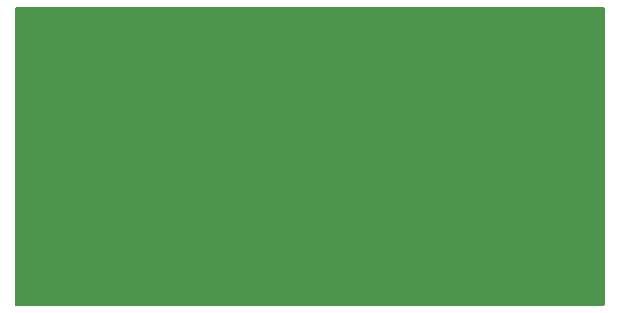
<source format=gbr>
%TF.GenerationSoftware,KiCad,Pcbnew,8.0.2-1*%
%TF.CreationDate,2024-05-22T23:24:36-04:00*%
%TF.ProjectId,humep1,68756d65-7031-42e6-9b69-6361645f7063,rev?*%
%TF.SameCoordinates,Original*%
%TF.FileFunction,Other,User*%
%FSLAX46Y46*%
G04 Gerber Fmt 4.6, Leading zero omitted, Abs format (unit mm)*
G04 Created by KiCad (PCBNEW 8.0.2-1) date 2024-05-22 23:24:36*
%MOMM*%
%LPD*%
G01*
G04 APERTURE LIST*
G04 APERTURE END LIST*
G36*
X87443039Y-52519685D02*
G01*
X87488794Y-52572489D01*
X87500000Y-52624000D01*
X87500000Y-77626000D01*
X87480315Y-77693039D01*
X87427511Y-77738794D01*
X87376000Y-77750000D01*
X37624000Y-77750000D01*
X37556961Y-77730315D01*
X37511206Y-77677511D01*
X37500000Y-77626000D01*
X37500000Y-52624000D01*
X37519685Y-52556961D01*
X37572489Y-52511206D01*
X37624000Y-52500000D01*
X87376000Y-52500000D01*
X87443039Y-52519685D01*
G37*
M02*

</source>
